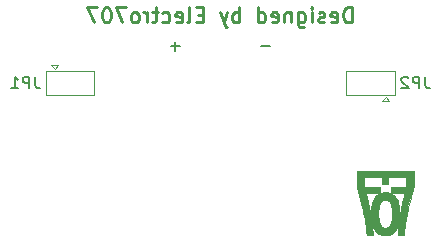
<source format=gbr>
G04 #@! TF.GenerationSoftware,KiCad,Pcbnew,5.1.6+dfsg1-1*
G04 #@! TF.CreationDate,2020-06-27T19:18:24-04:00*
G04 #@! TF.ProjectId,C,432e6b69-6361-4645-9f70-636258585858,rev?*
G04 #@! TF.SameCoordinates,Original*
G04 #@! TF.FileFunction,Legend,Bot*
G04 #@! TF.FilePolarity,Positive*
%FSLAX46Y46*%
G04 Gerber Fmt 4.6, Leading zero omitted, Abs format (unit mm)*
G04 Created by KiCad (PCBNEW 5.1.6+dfsg1-1) date 2020-06-27 19:18:24*
%MOMM*%
%LPD*%
G01*
G04 APERTURE LIST*
%ADD10C,0.150000*%
%ADD11C,0.228600*%
%ADD12C,0.010000*%
%ADD13C,0.120000*%
G04 APERTURE END LIST*
D10*
X162179047Y-81351428D02*
X162940952Y-81351428D01*
X154559047Y-81351428D02*
X155320952Y-81351428D01*
X154940000Y-81732380D02*
X154940000Y-80970476D01*
D11*
X169877619Y-79314523D02*
X169877619Y-78044523D01*
X169575238Y-78044523D01*
X169393809Y-78105000D01*
X169272857Y-78225952D01*
X169212380Y-78346904D01*
X169151904Y-78588809D01*
X169151904Y-78770238D01*
X169212380Y-79012142D01*
X169272857Y-79133095D01*
X169393809Y-79254047D01*
X169575238Y-79314523D01*
X169877619Y-79314523D01*
X168123809Y-79254047D02*
X168244761Y-79314523D01*
X168486666Y-79314523D01*
X168607619Y-79254047D01*
X168668095Y-79133095D01*
X168668095Y-78649285D01*
X168607619Y-78528333D01*
X168486666Y-78467857D01*
X168244761Y-78467857D01*
X168123809Y-78528333D01*
X168063333Y-78649285D01*
X168063333Y-78770238D01*
X168668095Y-78891190D01*
X167579523Y-79254047D02*
X167458571Y-79314523D01*
X167216666Y-79314523D01*
X167095714Y-79254047D01*
X167035238Y-79133095D01*
X167035238Y-79072619D01*
X167095714Y-78951666D01*
X167216666Y-78891190D01*
X167398095Y-78891190D01*
X167519047Y-78830714D01*
X167579523Y-78709761D01*
X167579523Y-78649285D01*
X167519047Y-78528333D01*
X167398095Y-78467857D01*
X167216666Y-78467857D01*
X167095714Y-78528333D01*
X166490952Y-79314523D02*
X166490952Y-78467857D01*
X166490952Y-78044523D02*
X166551428Y-78105000D01*
X166490952Y-78165476D01*
X166430476Y-78105000D01*
X166490952Y-78044523D01*
X166490952Y-78165476D01*
X165341904Y-78467857D02*
X165341904Y-79495952D01*
X165402380Y-79616904D01*
X165462857Y-79677380D01*
X165583809Y-79737857D01*
X165765238Y-79737857D01*
X165886190Y-79677380D01*
X165341904Y-79254047D02*
X165462857Y-79314523D01*
X165704761Y-79314523D01*
X165825714Y-79254047D01*
X165886190Y-79193571D01*
X165946666Y-79072619D01*
X165946666Y-78709761D01*
X165886190Y-78588809D01*
X165825714Y-78528333D01*
X165704761Y-78467857D01*
X165462857Y-78467857D01*
X165341904Y-78528333D01*
X164737142Y-78467857D02*
X164737142Y-79314523D01*
X164737142Y-78588809D02*
X164676666Y-78528333D01*
X164555714Y-78467857D01*
X164374285Y-78467857D01*
X164253333Y-78528333D01*
X164192857Y-78649285D01*
X164192857Y-79314523D01*
X163104285Y-79254047D02*
X163225238Y-79314523D01*
X163467142Y-79314523D01*
X163588095Y-79254047D01*
X163648571Y-79133095D01*
X163648571Y-78649285D01*
X163588095Y-78528333D01*
X163467142Y-78467857D01*
X163225238Y-78467857D01*
X163104285Y-78528333D01*
X163043809Y-78649285D01*
X163043809Y-78770238D01*
X163648571Y-78891190D01*
X161955238Y-79314523D02*
X161955238Y-78044523D01*
X161955238Y-79254047D02*
X162076190Y-79314523D01*
X162318095Y-79314523D01*
X162439047Y-79254047D01*
X162499523Y-79193571D01*
X162560000Y-79072619D01*
X162560000Y-78709761D01*
X162499523Y-78588809D01*
X162439047Y-78528333D01*
X162318095Y-78467857D01*
X162076190Y-78467857D01*
X161955238Y-78528333D01*
X160382857Y-79314523D02*
X160382857Y-78044523D01*
X160382857Y-78528333D02*
X160261904Y-78467857D01*
X160020000Y-78467857D01*
X159899047Y-78528333D01*
X159838571Y-78588809D01*
X159778095Y-78709761D01*
X159778095Y-79072619D01*
X159838571Y-79193571D01*
X159899047Y-79254047D01*
X160020000Y-79314523D01*
X160261904Y-79314523D01*
X160382857Y-79254047D01*
X159354761Y-78467857D02*
X159052380Y-79314523D01*
X158750000Y-78467857D02*
X159052380Y-79314523D01*
X159173333Y-79616904D01*
X159233809Y-79677380D01*
X159354761Y-79737857D01*
X157298571Y-78649285D02*
X156875238Y-78649285D01*
X156693809Y-79314523D02*
X157298571Y-79314523D01*
X157298571Y-78044523D01*
X156693809Y-78044523D01*
X155968095Y-79314523D02*
X156089047Y-79254047D01*
X156149523Y-79133095D01*
X156149523Y-78044523D01*
X155000476Y-79254047D02*
X155121428Y-79314523D01*
X155363333Y-79314523D01*
X155484285Y-79254047D01*
X155544761Y-79133095D01*
X155544761Y-78649285D01*
X155484285Y-78528333D01*
X155363333Y-78467857D01*
X155121428Y-78467857D01*
X155000476Y-78528333D01*
X154940000Y-78649285D01*
X154940000Y-78770238D01*
X155544761Y-78891190D01*
X153851428Y-79254047D02*
X153972380Y-79314523D01*
X154214285Y-79314523D01*
X154335238Y-79254047D01*
X154395714Y-79193571D01*
X154456190Y-79072619D01*
X154456190Y-78709761D01*
X154395714Y-78588809D01*
X154335238Y-78528333D01*
X154214285Y-78467857D01*
X153972380Y-78467857D01*
X153851428Y-78528333D01*
X153488571Y-78467857D02*
X153004761Y-78467857D01*
X153307142Y-78044523D02*
X153307142Y-79133095D01*
X153246666Y-79254047D01*
X153125714Y-79314523D01*
X153004761Y-79314523D01*
X152581428Y-79314523D02*
X152581428Y-78467857D01*
X152581428Y-78709761D02*
X152520952Y-78588809D01*
X152460476Y-78528333D01*
X152339523Y-78467857D01*
X152218571Y-78467857D01*
X151613809Y-79314523D02*
X151734761Y-79254047D01*
X151795238Y-79193571D01*
X151855714Y-79072619D01*
X151855714Y-78709761D01*
X151795238Y-78588809D01*
X151734761Y-78528333D01*
X151613809Y-78467857D01*
X151432380Y-78467857D01*
X151311428Y-78528333D01*
X151250952Y-78588809D01*
X151190476Y-78709761D01*
X151190476Y-79072619D01*
X151250952Y-79193571D01*
X151311428Y-79254047D01*
X151432380Y-79314523D01*
X151613809Y-79314523D01*
X150767142Y-78044523D02*
X149920476Y-78044523D01*
X150464761Y-79314523D01*
X149194761Y-78044523D02*
X149073809Y-78044523D01*
X148952857Y-78105000D01*
X148892380Y-78165476D01*
X148831904Y-78286428D01*
X148771428Y-78528333D01*
X148771428Y-78830714D01*
X148831904Y-79072619D01*
X148892380Y-79193571D01*
X148952857Y-79254047D01*
X149073809Y-79314523D01*
X149194761Y-79314523D01*
X149315714Y-79254047D01*
X149376190Y-79193571D01*
X149436666Y-79072619D01*
X149497142Y-78830714D01*
X149497142Y-78528333D01*
X149436666Y-78286428D01*
X149376190Y-78165476D01*
X149315714Y-78105000D01*
X149194761Y-78044523D01*
X148348095Y-78044523D02*
X147501428Y-78044523D01*
X148045714Y-79314523D01*
D12*
G36*
X170301810Y-93242751D02*
G01*
X170323336Y-93309327D01*
X170340573Y-93364042D01*
X170360334Y-93429255D01*
X170382303Y-93503805D01*
X170406164Y-93586532D01*
X170431599Y-93676273D01*
X170458294Y-93771867D01*
X170485930Y-93872154D01*
X170514192Y-93975971D01*
X170542763Y-94082158D01*
X170571327Y-94189553D01*
X170599568Y-94296996D01*
X170627167Y-94403323D01*
X170653811Y-94507376D01*
X170679181Y-94607991D01*
X170698765Y-94686924D01*
X170763338Y-94954246D01*
X170822816Y-95210728D01*
X170877202Y-95456394D01*
X170926502Y-95691268D01*
X170970719Y-95915375D01*
X171009857Y-96128739D01*
X171043920Y-96331382D01*
X171072913Y-96523330D01*
X171096840Y-96704605D01*
X171115705Y-96875233D01*
X171129512Y-97035237D01*
X171138265Y-97184641D01*
X171139571Y-97217705D01*
X171143697Y-97333214D01*
X171657917Y-97333214D01*
X171657859Y-97253708D01*
X171656676Y-97169964D01*
X171653224Y-97076521D01*
X171647481Y-96973057D01*
X171639422Y-96859250D01*
X171629024Y-96734777D01*
X171616263Y-96599317D01*
X171601115Y-96452546D01*
X171594728Y-96393743D01*
X171594461Y-96385387D01*
X171596682Y-96387036D01*
X171601566Y-96399104D01*
X171609287Y-96422007D01*
X171617542Y-96448145D01*
X171661955Y-96576649D01*
X171712247Y-96694761D01*
X171768509Y-96802601D01*
X171830832Y-96900291D01*
X171899306Y-96987950D01*
X171974022Y-97065700D01*
X172055071Y-97133660D01*
X172142544Y-97191952D01*
X172200959Y-97223750D01*
X172281505Y-97259961D01*
X172363891Y-97288463D01*
X172449931Y-97309638D01*
X172541441Y-97323869D01*
X172640233Y-97331538D01*
X172720000Y-97333214D01*
X172825586Y-97330192D01*
X172922524Y-97320874D01*
X173012610Y-97304880D01*
X173097636Y-97281833D01*
X173179397Y-97251355D01*
X173238914Y-97223763D01*
X173295805Y-97193348D01*
X173346451Y-97161848D01*
X173394082Y-97126916D01*
X173441928Y-97086205D01*
X173487136Y-97043380D01*
X173557043Y-96967516D01*
X173620815Y-96883394D01*
X173678772Y-96790448D01*
X173731234Y-96688109D01*
X173778521Y-96575810D01*
X173820951Y-96452985D01*
X173822459Y-96448145D01*
X173832554Y-96416355D01*
X173839673Y-96395729D01*
X173843992Y-96385853D01*
X173845683Y-96386310D01*
X173845272Y-96393743D01*
X173829211Y-96544896D01*
X173815546Y-96684616D01*
X173804253Y-96813226D01*
X173795308Y-96931048D01*
X173788687Y-97038404D01*
X173784368Y-97135617D01*
X173782325Y-97223009D01*
X173782141Y-97253708D01*
X173782084Y-97333214D01*
X174298125Y-97333214D01*
X174298212Y-97283710D01*
X174298816Y-97249732D01*
X174300429Y-97206312D01*
X174302904Y-97155957D01*
X174306093Y-97101169D01*
X174309848Y-97044455D01*
X174314021Y-96988318D01*
X174318464Y-96935262D01*
X174319378Y-96925182D01*
X174335700Y-96767954D01*
X174356703Y-96600137D01*
X174382300Y-96422156D01*
X174394009Y-96349137D01*
X173854090Y-96349137D01*
X173851894Y-96354076D01*
X173850089Y-96353137D01*
X173849371Y-96346016D01*
X173850089Y-96345137D01*
X173853657Y-96345960D01*
X173854090Y-96349137D01*
X174394009Y-96349137D01*
X174412403Y-96234436D01*
X174446926Y-96037401D01*
X174485780Y-95831477D01*
X174528880Y-95617087D01*
X174576137Y-95394656D01*
X174627464Y-95164609D01*
X174682775Y-94927371D01*
X174741982Y-94683366D01*
X174804998Y-94433019D01*
X174871735Y-94176754D01*
X174923089Y-93984951D01*
X174939704Y-93924041D01*
X174957759Y-93858657D01*
X174976807Y-93790359D01*
X174996402Y-93720706D01*
X175016098Y-93651258D01*
X175035448Y-93583574D01*
X175054005Y-93519213D01*
X175071324Y-93459736D01*
X175086958Y-93406702D01*
X175100460Y-93361670D01*
X175111384Y-93326200D01*
X175114035Y-93317836D01*
X175138191Y-93242277D01*
X175138191Y-92412827D01*
X174502141Y-92412827D01*
X174502141Y-93216890D01*
X173182037Y-93216890D01*
X173182037Y-93732931D01*
X174374092Y-93732931D01*
X174353705Y-93803436D01*
X174332682Y-93878494D01*
X174309905Y-93964177D01*
X174285654Y-94059282D01*
X174260209Y-94162609D01*
X174233853Y-94272953D01*
X174206865Y-94389114D01*
X174179526Y-94509890D01*
X174152117Y-94634077D01*
X174124919Y-94760475D01*
X174098213Y-94887880D01*
X174082191Y-94966028D01*
X174072471Y-95014569D01*
X174061455Y-95070802D01*
X174049457Y-95133034D01*
X174036790Y-95199571D01*
X174023767Y-95268720D01*
X174010703Y-95338787D01*
X173997909Y-95408080D01*
X173985701Y-95474905D01*
X173974390Y-95537568D01*
X173964291Y-95594376D01*
X173955718Y-95643636D01*
X173948983Y-95683654D01*
X173946416Y-95699586D01*
X173942177Y-95726285D01*
X173938678Y-95747997D01*
X173936301Y-95762371D01*
X173935433Y-95767091D01*
X173935361Y-95761300D01*
X173935293Y-95744757D01*
X173935233Y-95718716D01*
X173935182Y-95684426D01*
X173935141Y-95643139D01*
X173935113Y-95596104D01*
X173935098Y-95544573D01*
X173935096Y-95519572D01*
X173935015Y-95486861D01*
X173298397Y-95486861D01*
X173298368Y-95550562D01*
X173297835Y-95613034D01*
X173296798Y-95672076D01*
X173295256Y-95725484D01*
X173293210Y-95771055D01*
X173290978Y-95803094D01*
X173276224Y-95936629D01*
X173256432Y-96059449D01*
X173231613Y-96171531D01*
X173201779Y-96272853D01*
X173166943Y-96363394D01*
X173127116Y-96443130D01*
X173082310Y-96512040D01*
X173032538Y-96570102D01*
X172977810Y-96617293D01*
X172918138Y-96653592D01*
X172853536Y-96678975D01*
X172816020Y-96688253D01*
X172770254Y-96694360D01*
X172718965Y-96696273D01*
X172667882Y-96693981D01*
X172628640Y-96688667D01*
X172560558Y-96669712D01*
X172497511Y-96639867D01*
X172439500Y-96599133D01*
X172386527Y-96547515D01*
X172338595Y-96485017D01*
X172295705Y-96411641D01*
X172267627Y-96349137D01*
X171591911Y-96349137D01*
X171589716Y-96354076D01*
X171587911Y-96353137D01*
X171587193Y-96346016D01*
X171587911Y-96345137D01*
X171591478Y-96345960D01*
X171591911Y-96349137D01*
X172267627Y-96349137D01*
X172257858Y-96327392D01*
X172225058Y-96232273D01*
X172197305Y-96126286D01*
X172174603Y-96009437D01*
X172156951Y-95881728D01*
X172149065Y-95803094D01*
X172146595Y-95766406D01*
X172144623Y-95719927D01*
X172143151Y-95665857D01*
X172142177Y-95606397D01*
X172141703Y-95543746D01*
X172141728Y-95480104D01*
X172142251Y-95417671D01*
X172143274Y-95358647D01*
X172144796Y-95305232D01*
X172146817Y-95259626D01*
X172149065Y-95227049D01*
X172163645Y-95094006D01*
X172183138Y-94971852D01*
X172207568Y-94860519D01*
X172236960Y-94759936D01*
X172271335Y-94670034D01*
X172310719Y-94590744D01*
X172355133Y-94521994D01*
X172404602Y-94463717D01*
X172407160Y-94461126D01*
X172462059Y-94413639D01*
X172521448Y-94377214D01*
X172585631Y-94351725D01*
X172654910Y-94337048D01*
X172720000Y-94332978D01*
X172794317Y-94338424D01*
X172863596Y-94354763D01*
X172927838Y-94381995D01*
X172987042Y-94420118D01*
X173041209Y-94469134D01*
X173090339Y-94529042D01*
X173134431Y-94599842D01*
X173173485Y-94681535D01*
X173207502Y-94774119D01*
X173236481Y-94877595D01*
X173260422Y-94991962D01*
X173279325Y-95117222D01*
X173290978Y-95227049D01*
X173293470Y-95263842D01*
X173295458Y-95310424D01*
X173296942Y-95364589D01*
X173297922Y-95424136D01*
X173298397Y-95486861D01*
X173935015Y-95486861D01*
X173934898Y-95440180D01*
X173934226Y-95370741D01*
X173932967Y-95309214D01*
X173931005Y-95253555D01*
X173928226Y-95201722D01*
X173924515Y-95151674D01*
X173919758Y-95101368D01*
X173913839Y-95048761D01*
X173906645Y-94991812D01*
X173904599Y-94976397D01*
X173880031Y-94823353D01*
X173848529Y-94679457D01*
X173810144Y-94544850D01*
X173764928Y-94419673D01*
X173712933Y-94304066D01*
X173654209Y-94198170D01*
X173588809Y-94102124D01*
X173578800Y-94089055D01*
X173553528Y-94058461D01*
X173522865Y-94024294D01*
X173489514Y-93989331D01*
X173456180Y-93956350D01*
X173425566Y-93928130D01*
X173407054Y-93912580D01*
X173321033Y-93852017D01*
X173228032Y-93800914D01*
X173128848Y-93759587D01*
X173024273Y-93728351D01*
X172915102Y-93707523D01*
X172880749Y-93703261D01*
X172843095Y-93700259D01*
X172796914Y-93698263D01*
X172745639Y-93697273D01*
X172692702Y-93697289D01*
X172641535Y-93698311D01*
X172595571Y-93700338D01*
X172559251Y-93703261D01*
X172446785Y-93721028D01*
X172340251Y-93749186D01*
X172239726Y-93787653D01*
X172145284Y-93836346D01*
X172056999Y-93895183D01*
X171974949Y-93964080D01*
X171899206Y-94042957D01*
X171829847Y-94131728D01*
X171766946Y-94230313D01*
X171710578Y-94338628D01*
X171660819Y-94456591D01*
X171617744Y-94584120D01*
X171581427Y-94721130D01*
X171564855Y-94798015D01*
X171550095Y-94876514D01*
X171537745Y-94952648D01*
X171527644Y-95028346D01*
X171519630Y-95105535D01*
X171513543Y-95186143D01*
X171509221Y-95272099D01*
X171506504Y-95365329D01*
X171505231Y-95467763D01*
X171505088Y-95513900D01*
X171504905Y-95767749D01*
X171494317Y-95702915D01*
X171476049Y-95594149D01*
X171455773Y-95479046D01*
X171433740Y-95358771D01*
X171410200Y-95234490D01*
X171385402Y-95107369D01*
X171359597Y-94978574D01*
X171333034Y-94849271D01*
X171305964Y-94720625D01*
X171278637Y-94593803D01*
X171251303Y-94469969D01*
X171224211Y-94350291D01*
X171197612Y-94235933D01*
X171171756Y-94128062D01*
X171146893Y-94027844D01*
X171123272Y-93936444D01*
X171101144Y-93855028D01*
X171088667Y-93811385D01*
X171065734Y-93732931D01*
X172257964Y-93732931D01*
X172257964Y-93216890D01*
X170937860Y-93216890D01*
X170937860Y-92412827D01*
X172461980Y-92412827D01*
X172461980Y-93012874D01*
X172978021Y-93012874D01*
X172978021Y-92412827D01*
X174502141Y-92412827D01*
X175138191Y-92412827D01*
X175138191Y-91896786D01*
X170301810Y-91896786D01*
X170301810Y-93242751D01*
G37*
X170301810Y-93242751D02*
X170323336Y-93309327D01*
X170340573Y-93364042D01*
X170360334Y-93429255D01*
X170382303Y-93503805D01*
X170406164Y-93586532D01*
X170431599Y-93676273D01*
X170458294Y-93771867D01*
X170485930Y-93872154D01*
X170514192Y-93975971D01*
X170542763Y-94082158D01*
X170571327Y-94189553D01*
X170599568Y-94296996D01*
X170627167Y-94403323D01*
X170653811Y-94507376D01*
X170679181Y-94607991D01*
X170698765Y-94686924D01*
X170763338Y-94954246D01*
X170822816Y-95210728D01*
X170877202Y-95456394D01*
X170926502Y-95691268D01*
X170970719Y-95915375D01*
X171009857Y-96128739D01*
X171043920Y-96331382D01*
X171072913Y-96523330D01*
X171096840Y-96704605D01*
X171115705Y-96875233D01*
X171129512Y-97035237D01*
X171138265Y-97184641D01*
X171139571Y-97217705D01*
X171143697Y-97333214D01*
X171657917Y-97333214D01*
X171657859Y-97253708D01*
X171656676Y-97169964D01*
X171653224Y-97076521D01*
X171647481Y-96973057D01*
X171639422Y-96859250D01*
X171629024Y-96734777D01*
X171616263Y-96599317D01*
X171601115Y-96452546D01*
X171594728Y-96393743D01*
X171594461Y-96385387D01*
X171596682Y-96387036D01*
X171601566Y-96399104D01*
X171609287Y-96422007D01*
X171617542Y-96448145D01*
X171661955Y-96576649D01*
X171712247Y-96694761D01*
X171768509Y-96802601D01*
X171830832Y-96900291D01*
X171899306Y-96987950D01*
X171974022Y-97065700D01*
X172055071Y-97133660D01*
X172142544Y-97191952D01*
X172200959Y-97223750D01*
X172281505Y-97259961D01*
X172363891Y-97288463D01*
X172449931Y-97309638D01*
X172541441Y-97323869D01*
X172640233Y-97331538D01*
X172720000Y-97333214D01*
X172825586Y-97330192D01*
X172922524Y-97320874D01*
X173012610Y-97304880D01*
X173097636Y-97281833D01*
X173179397Y-97251355D01*
X173238914Y-97223763D01*
X173295805Y-97193348D01*
X173346451Y-97161848D01*
X173394082Y-97126916D01*
X173441928Y-97086205D01*
X173487136Y-97043380D01*
X173557043Y-96967516D01*
X173620815Y-96883394D01*
X173678772Y-96790448D01*
X173731234Y-96688109D01*
X173778521Y-96575810D01*
X173820951Y-96452985D01*
X173822459Y-96448145D01*
X173832554Y-96416355D01*
X173839673Y-96395729D01*
X173843992Y-96385853D01*
X173845683Y-96386310D01*
X173845272Y-96393743D01*
X173829211Y-96544896D01*
X173815546Y-96684616D01*
X173804253Y-96813226D01*
X173795308Y-96931048D01*
X173788687Y-97038404D01*
X173784368Y-97135617D01*
X173782325Y-97223009D01*
X173782141Y-97253708D01*
X173782084Y-97333214D01*
X174298125Y-97333214D01*
X174298212Y-97283710D01*
X174298816Y-97249732D01*
X174300429Y-97206312D01*
X174302904Y-97155957D01*
X174306093Y-97101169D01*
X174309848Y-97044455D01*
X174314021Y-96988318D01*
X174318464Y-96935262D01*
X174319378Y-96925182D01*
X174335700Y-96767954D01*
X174356703Y-96600137D01*
X174382300Y-96422156D01*
X174394009Y-96349137D01*
X173854090Y-96349137D01*
X173851894Y-96354076D01*
X173850089Y-96353137D01*
X173849371Y-96346016D01*
X173850089Y-96345137D01*
X173853657Y-96345960D01*
X173854090Y-96349137D01*
X174394009Y-96349137D01*
X174412403Y-96234436D01*
X174446926Y-96037401D01*
X174485780Y-95831477D01*
X174528880Y-95617087D01*
X174576137Y-95394656D01*
X174627464Y-95164609D01*
X174682775Y-94927371D01*
X174741982Y-94683366D01*
X174804998Y-94433019D01*
X174871735Y-94176754D01*
X174923089Y-93984951D01*
X174939704Y-93924041D01*
X174957759Y-93858657D01*
X174976807Y-93790359D01*
X174996402Y-93720706D01*
X175016098Y-93651258D01*
X175035448Y-93583574D01*
X175054005Y-93519213D01*
X175071324Y-93459736D01*
X175086958Y-93406702D01*
X175100460Y-93361670D01*
X175111384Y-93326200D01*
X175114035Y-93317836D01*
X175138191Y-93242277D01*
X175138191Y-92412827D01*
X174502141Y-92412827D01*
X174502141Y-93216890D01*
X173182037Y-93216890D01*
X173182037Y-93732931D01*
X174374092Y-93732931D01*
X174353705Y-93803436D01*
X174332682Y-93878494D01*
X174309905Y-93964177D01*
X174285654Y-94059282D01*
X174260209Y-94162609D01*
X174233853Y-94272953D01*
X174206865Y-94389114D01*
X174179526Y-94509890D01*
X174152117Y-94634077D01*
X174124919Y-94760475D01*
X174098213Y-94887880D01*
X174082191Y-94966028D01*
X174072471Y-95014569D01*
X174061455Y-95070802D01*
X174049457Y-95133034D01*
X174036790Y-95199571D01*
X174023767Y-95268720D01*
X174010703Y-95338787D01*
X173997909Y-95408080D01*
X173985701Y-95474905D01*
X173974390Y-95537568D01*
X173964291Y-95594376D01*
X173955718Y-95643636D01*
X173948983Y-95683654D01*
X173946416Y-95699586D01*
X173942177Y-95726285D01*
X173938678Y-95747997D01*
X173936301Y-95762371D01*
X173935433Y-95767091D01*
X173935361Y-95761300D01*
X173935293Y-95744757D01*
X173935233Y-95718716D01*
X173935182Y-95684426D01*
X173935141Y-95643139D01*
X173935113Y-95596104D01*
X173935098Y-95544573D01*
X173935096Y-95519572D01*
X173935015Y-95486861D01*
X173298397Y-95486861D01*
X173298368Y-95550562D01*
X173297835Y-95613034D01*
X173296798Y-95672076D01*
X173295256Y-95725484D01*
X173293210Y-95771055D01*
X173290978Y-95803094D01*
X173276224Y-95936629D01*
X173256432Y-96059449D01*
X173231613Y-96171531D01*
X173201779Y-96272853D01*
X173166943Y-96363394D01*
X173127116Y-96443130D01*
X173082310Y-96512040D01*
X173032538Y-96570102D01*
X172977810Y-96617293D01*
X172918138Y-96653592D01*
X172853536Y-96678975D01*
X172816020Y-96688253D01*
X172770254Y-96694360D01*
X172718965Y-96696273D01*
X172667882Y-96693981D01*
X172628640Y-96688667D01*
X172560558Y-96669712D01*
X172497511Y-96639867D01*
X172439500Y-96599133D01*
X172386527Y-96547515D01*
X172338595Y-96485017D01*
X172295705Y-96411641D01*
X172267627Y-96349137D01*
X171591911Y-96349137D01*
X171589716Y-96354076D01*
X171587911Y-96353137D01*
X171587193Y-96346016D01*
X171587911Y-96345137D01*
X171591478Y-96345960D01*
X171591911Y-96349137D01*
X172267627Y-96349137D01*
X172257858Y-96327392D01*
X172225058Y-96232273D01*
X172197305Y-96126286D01*
X172174603Y-96009437D01*
X172156951Y-95881728D01*
X172149065Y-95803094D01*
X172146595Y-95766406D01*
X172144623Y-95719927D01*
X172143151Y-95665857D01*
X172142177Y-95606397D01*
X172141703Y-95543746D01*
X172141728Y-95480104D01*
X172142251Y-95417671D01*
X172143274Y-95358647D01*
X172144796Y-95305232D01*
X172146817Y-95259626D01*
X172149065Y-95227049D01*
X172163645Y-95094006D01*
X172183138Y-94971852D01*
X172207568Y-94860519D01*
X172236960Y-94759936D01*
X172271335Y-94670034D01*
X172310719Y-94590744D01*
X172355133Y-94521994D01*
X172404602Y-94463717D01*
X172407160Y-94461126D01*
X172462059Y-94413639D01*
X172521448Y-94377214D01*
X172585631Y-94351725D01*
X172654910Y-94337048D01*
X172720000Y-94332978D01*
X172794317Y-94338424D01*
X172863596Y-94354763D01*
X172927838Y-94381995D01*
X172987042Y-94420118D01*
X173041209Y-94469134D01*
X173090339Y-94529042D01*
X173134431Y-94599842D01*
X173173485Y-94681535D01*
X173207502Y-94774119D01*
X173236481Y-94877595D01*
X173260422Y-94991962D01*
X173279325Y-95117222D01*
X173290978Y-95227049D01*
X173293470Y-95263842D01*
X173295458Y-95310424D01*
X173296942Y-95364589D01*
X173297922Y-95424136D01*
X173298397Y-95486861D01*
X173935015Y-95486861D01*
X173934898Y-95440180D01*
X173934226Y-95370741D01*
X173932967Y-95309214D01*
X173931005Y-95253555D01*
X173928226Y-95201722D01*
X173924515Y-95151674D01*
X173919758Y-95101368D01*
X173913839Y-95048761D01*
X173906645Y-94991812D01*
X173904599Y-94976397D01*
X173880031Y-94823353D01*
X173848529Y-94679457D01*
X173810144Y-94544850D01*
X173764928Y-94419673D01*
X173712933Y-94304066D01*
X173654209Y-94198170D01*
X173588809Y-94102124D01*
X173578800Y-94089055D01*
X173553528Y-94058461D01*
X173522865Y-94024294D01*
X173489514Y-93989331D01*
X173456180Y-93956350D01*
X173425566Y-93928130D01*
X173407054Y-93912580D01*
X173321033Y-93852017D01*
X173228032Y-93800914D01*
X173128848Y-93759587D01*
X173024273Y-93728351D01*
X172915102Y-93707523D01*
X172880749Y-93703261D01*
X172843095Y-93700259D01*
X172796914Y-93698263D01*
X172745639Y-93697273D01*
X172692702Y-93697289D01*
X172641535Y-93698311D01*
X172595571Y-93700338D01*
X172559251Y-93703261D01*
X172446785Y-93721028D01*
X172340251Y-93749186D01*
X172239726Y-93787653D01*
X172145284Y-93836346D01*
X172056999Y-93895183D01*
X171974949Y-93964080D01*
X171899206Y-94042957D01*
X171829847Y-94131728D01*
X171766946Y-94230313D01*
X171710578Y-94338628D01*
X171660819Y-94456591D01*
X171617744Y-94584120D01*
X171581427Y-94721130D01*
X171564855Y-94798015D01*
X171550095Y-94876514D01*
X171537745Y-94952648D01*
X171527644Y-95028346D01*
X171519630Y-95105535D01*
X171513543Y-95186143D01*
X171509221Y-95272099D01*
X171506504Y-95365329D01*
X171505231Y-95467763D01*
X171505088Y-95513900D01*
X171504905Y-95767749D01*
X171494317Y-95702915D01*
X171476049Y-95594149D01*
X171455773Y-95479046D01*
X171433740Y-95358771D01*
X171410200Y-95234490D01*
X171385402Y-95107369D01*
X171359597Y-94978574D01*
X171333034Y-94849271D01*
X171305964Y-94720625D01*
X171278637Y-94593803D01*
X171251303Y-94469969D01*
X171224211Y-94350291D01*
X171197612Y-94235933D01*
X171171756Y-94128062D01*
X171146893Y-94027844D01*
X171123272Y-93936444D01*
X171101144Y-93855028D01*
X171088667Y-93811385D01*
X171065734Y-93732931D01*
X172257964Y-93732931D01*
X172257964Y-93216890D01*
X170937860Y-93216890D01*
X170937860Y-92412827D01*
X172461980Y-92412827D01*
X172461980Y-93012874D01*
X172978021Y-93012874D01*
X172978021Y-92412827D01*
X174502141Y-92412827D01*
X175138191Y-92412827D01*
X175138191Y-91896786D01*
X170301810Y-91896786D01*
X170301810Y-93242751D01*
D13*
X173530000Y-83455000D02*
X169430000Y-83455000D01*
X169430000Y-83455000D02*
X169430000Y-85455000D01*
X169430000Y-85455000D02*
X173530000Y-85455000D01*
X173530000Y-85455000D02*
X173530000Y-83455000D01*
X172780000Y-85655000D02*
X173080000Y-85955000D01*
X173080000Y-85955000D02*
X172480000Y-85955000D01*
X172780000Y-85655000D02*
X172480000Y-85955000D01*
X144000000Y-85455000D02*
X148100000Y-85455000D01*
X148100000Y-85455000D02*
X148100000Y-83455000D01*
X148100000Y-83455000D02*
X144000000Y-83455000D01*
X144000000Y-83455000D02*
X144000000Y-85455000D01*
X144750000Y-83255000D02*
X144450000Y-82955000D01*
X144450000Y-82955000D02*
X145050000Y-82955000D01*
X144750000Y-83255000D02*
X145050000Y-82955000D01*
D10*
X176093333Y-83907380D02*
X176093333Y-84621666D01*
X176140952Y-84764523D01*
X176236190Y-84859761D01*
X176379047Y-84907380D01*
X176474285Y-84907380D01*
X175617142Y-84907380D02*
X175617142Y-83907380D01*
X175236190Y-83907380D01*
X175140952Y-83955000D01*
X175093333Y-84002619D01*
X175045714Y-84097857D01*
X175045714Y-84240714D01*
X175093333Y-84335952D01*
X175140952Y-84383571D01*
X175236190Y-84431190D01*
X175617142Y-84431190D01*
X174664761Y-84002619D02*
X174617142Y-83955000D01*
X174521904Y-83907380D01*
X174283809Y-83907380D01*
X174188571Y-83955000D01*
X174140952Y-84002619D01*
X174093333Y-84097857D01*
X174093333Y-84193095D01*
X174140952Y-84335952D01*
X174712380Y-84907380D01*
X174093333Y-84907380D01*
X143073333Y-83907380D02*
X143073333Y-84621666D01*
X143120952Y-84764523D01*
X143216190Y-84859761D01*
X143359047Y-84907380D01*
X143454285Y-84907380D01*
X142597142Y-84907380D02*
X142597142Y-83907380D01*
X142216190Y-83907380D01*
X142120952Y-83955000D01*
X142073333Y-84002619D01*
X142025714Y-84097857D01*
X142025714Y-84240714D01*
X142073333Y-84335952D01*
X142120952Y-84383571D01*
X142216190Y-84431190D01*
X142597142Y-84431190D01*
X141073333Y-84907380D02*
X141644761Y-84907380D01*
X141359047Y-84907380D02*
X141359047Y-83907380D01*
X141454285Y-84050238D01*
X141549523Y-84145476D01*
X141644761Y-84193095D01*
M02*

</source>
